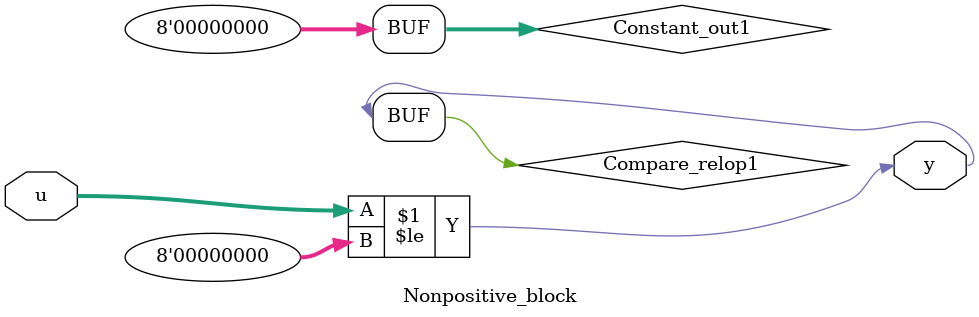
<source format=v>



`timescale 1 ns / 1 ns

module Nonpositive_block
          (u,
           y);


  input   [7:0] u;  // uint8
  output  y;


  wire [7:0] Constant_out1;  // uint8
  wire Compare_relop1;


  assign Constant_out1 = 8'b00000000;



  assign Compare_relop1 = u <= Constant_out1;



  assign y = Compare_relop1;

endmodule  // Nonpositive_block


</source>
